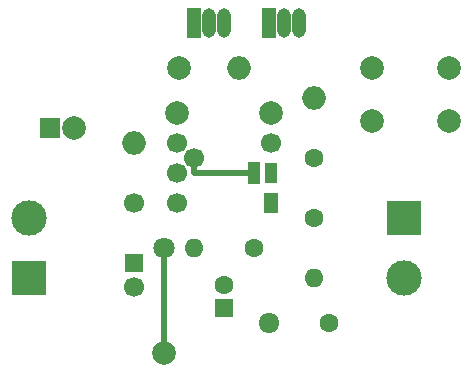
<source format=gtl>
G04 #@! TF.GenerationSoftware,KiCad,Pcbnew,(5.1.2)-2*
G04 #@! TF.CreationDate,2019-08-24T11:53:36+07:00*
G04 #@! TF.ProjectId,siren_sound,73697265-6e5f-4736-9f75-6e642e6b6963,rev?*
G04 #@! TF.SameCoordinates,Original*
G04 #@! TF.FileFunction,Copper,L1,Top*
G04 #@! TF.FilePolarity,Positive*
%FSLAX46Y46*%
G04 Gerber Fmt 4.6, Leading zero omitted, Abs format (unit mm)*
G04 Created by KiCad (PCBNEW (5.1.2)-2) date 2019-08-24 11:53:36*
%MOMM*%
%LPD*%
G04 APERTURE LIST*
%ADD10C,1.700000*%
%ADD11R,1.100000X1.900000*%
%ADD12C,1.800000*%
%ADD13C,2.000000*%
%ADD14R,1.600000X1.600000*%
%ADD15R,1.800000X1.800000*%
%ADD16C,1.600000*%
%ADD17R,3.000000X3.000000*%
%ADD18C,3.000000*%
%ADD19O,1.200000X2.500000*%
%ADD20R,1.200000X2.500000*%
%ADD21O,1.600000X1.600000*%
%ADD22O,2.000000X2.000000*%
%ADD23O,1.800000X1.680000*%
%ADD24R,1.268000X1.700000*%
%ADD25R,1.100000X1.800000*%
%ADD26C,0.500000*%
G04 APERTURE END LIST*
D10*
X67310000Y-90170000D03*
D11*
X72390000Y-91440000D03*
D12*
X64770000Y-97790000D03*
D13*
X64770000Y-106680000D03*
D10*
X62230000Y-101060000D03*
D14*
X62230000Y-99060000D03*
D15*
X55150000Y-87630000D03*
D13*
X57150000Y-87630000D03*
D16*
X69850000Y-100870000D03*
D14*
X69850000Y-102870000D03*
D17*
X53340000Y-100330000D03*
D18*
X53340000Y-95250000D03*
X85090000Y-100330000D03*
D17*
X85090000Y-95250000D03*
D19*
X68580000Y-78740000D03*
X69850000Y-78740000D03*
D20*
X67310000Y-78740000D03*
X73660000Y-78740000D03*
D19*
X76200000Y-78740000D03*
X74930000Y-78740000D03*
D16*
X72390000Y-97790000D03*
D21*
X67310000Y-97790000D03*
D22*
X62230000Y-88900000D03*
D10*
X62230000Y-93980000D03*
D13*
X66040000Y-82550000D03*
D22*
X71120000Y-82550000D03*
D21*
X77470000Y-100330000D03*
D16*
X77470000Y-95250000D03*
D22*
X77470000Y-85090000D03*
D16*
X77470000Y-90170000D03*
X78740000Y-104140000D03*
D23*
X73660000Y-104140000D03*
D13*
X88895001Y-82550000D03*
X88895001Y-87050000D03*
X82395001Y-82550000D03*
X82395001Y-87050000D03*
D10*
X65880000Y-93980000D03*
X65880000Y-91440000D03*
X65880000Y-88900000D03*
D13*
X65880000Y-86360000D03*
D24*
X73820000Y-93980000D03*
D25*
X73820000Y-91440000D03*
D10*
X73820000Y-88900000D03*
D13*
X73820000Y-86360000D03*
D26*
X71120000Y-91440000D02*
X67310000Y-91440000D01*
X71120000Y-91440000D02*
X72390000Y-91440000D01*
X67310000Y-91440000D02*
X67310000Y-90170000D01*
X64770000Y-97790000D02*
X64770000Y-106680000D01*
M02*

</source>
